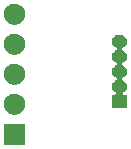
<source format=gbr>
G04 #@! TF.GenerationSoftware,KiCad,Pcbnew,5.1.5+dfsg1-2build2*
G04 #@! TF.CreationDate,2020-11-19T12:47:17+00:00*
G04 #@! TF.ProjectId,EncoderBoard_IG,456e636f-6465-4724-926f-6172645f4947,rev?*
G04 #@! TF.SameCoordinates,Original*
G04 #@! TF.FileFunction,Soldermask,Bot*
G04 #@! TF.FilePolarity,Negative*
%FSLAX46Y46*%
G04 Gerber Fmt 4.6, Leading zero omitted, Abs format (unit mm)*
G04 Created by KiCad (PCBNEW 5.1.5+dfsg1-2build2) date 2020-11-19 12:47:17*
%MOMM*%
%LPD*%
G04 APERTURE LIST*
%ADD10C,0.100000*%
G04 APERTURE END LIST*
D10*
G36*
X144538000Y-93674500D02*
G01*
X142736000Y-93674500D01*
X142736000Y-91872500D01*
X144538000Y-91872500D01*
X144538000Y-93674500D01*
G37*
G36*
X143750512Y-89337427D02*
G01*
X143899812Y-89367124D01*
X144063784Y-89435044D01*
X144211354Y-89533647D01*
X144336853Y-89659146D01*
X144435456Y-89806716D01*
X144503376Y-89970688D01*
X144538000Y-90144759D01*
X144538000Y-90322241D01*
X144503376Y-90496312D01*
X144435456Y-90660284D01*
X144336853Y-90807854D01*
X144211354Y-90933353D01*
X144063784Y-91031956D01*
X143899812Y-91099876D01*
X143750512Y-91129573D01*
X143725742Y-91134500D01*
X143548258Y-91134500D01*
X143523488Y-91129573D01*
X143374188Y-91099876D01*
X143210216Y-91031956D01*
X143062646Y-90933353D01*
X142937147Y-90807854D01*
X142838544Y-90660284D01*
X142770624Y-90496312D01*
X142736000Y-90322241D01*
X142736000Y-90144759D01*
X142770624Y-89970688D01*
X142838544Y-89806716D01*
X142937147Y-89659146D01*
X143062646Y-89533647D01*
X143210216Y-89435044D01*
X143374188Y-89367124D01*
X143523488Y-89337427D01*
X143548258Y-89332500D01*
X143725742Y-89332500D01*
X143750512Y-89337427D01*
G37*
G36*
X152735015Y-84356473D02*
G01*
X152838879Y-84387979D01*
X152866055Y-84402505D01*
X152934600Y-84439143D01*
X153018501Y-84507999D01*
X153087357Y-84591900D01*
X153123995Y-84660445D01*
X153138521Y-84687621D01*
X153170027Y-84791485D01*
X153180666Y-84899500D01*
X153170027Y-85007515D01*
X153138521Y-85111379D01*
X153138519Y-85111382D01*
X153087357Y-85207100D01*
X153018501Y-85291001D01*
X152934600Y-85359857D01*
X152866055Y-85396495D01*
X152838879Y-85411021D01*
X152826131Y-85414888D01*
X152803504Y-85424260D01*
X152783130Y-85437874D01*
X152765803Y-85455201D01*
X152752189Y-85475575D01*
X152742812Y-85498214D01*
X152738031Y-85522247D01*
X152738031Y-85546751D01*
X152742811Y-85570785D01*
X152752188Y-85593424D01*
X152765802Y-85613798D01*
X152783129Y-85631125D01*
X152803503Y-85644739D01*
X152826131Y-85654112D01*
X152838879Y-85657979D01*
X152866055Y-85672505D01*
X152934600Y-85709143D01*
X153018501Y-85777999D01*
X153087357Y-85861900D01*
X153123995Y-85930445D01*
X153138521Y-85957621D01*
X153170027Y-86061485D01*
X153180666Y-86169500D01*
X153170027Y-86277515D01*
X153138521Y-86381379D01*
X153138519Y-86381382D01*
X153087357Y-86477100D01*
X153018501Y-86561001D01*
X152934600Y-86629857D01*
X152866055Y-86666495D01*
X152838879Y-86681021D01*
X152826131Y-86684888D01*
X152803504Y-86694260D01*
X152783130Y-86707874D01*
X152765803Y-86725201D01*
X152752189Y-86745575D01*
X152742812Y-86768214D01*
X152738031Y-86792247D01*
X152738031Y-86816751D01*
X152742811Y-86840785D01*
X152752188Y-86863424D01*
X152765802Y-86883798D01*
X152783129Y-86901125D01*
X152803503Y-86914739D01*
X152826131Y-86924112D01*
X152838879Y-86927979D01*
X152866055Y-86942505D01*
X152934600Y-86979143D01*
X153018501Y-87047999D01*
X153087357Y-87131900D01*
X153123995Y-87200445D01*
X153138521Y-87227621D01*
X153170027Y-87331485D01*
X153180666Y-87439500D01*
X153170027Y-87547515D01*
X153138521Y-87651379D01*
X153138519Y-87651382D01*
X153087357Y-87747100D01*
X153018501Y-87831001D01*
X152934600Y-87899857D01*
X152866055Y-87936495D01*
X152838879Y-87951021D01*
X152826131Y-87954888D01*
X152803504Y-87964260D01*
X152783130Y-87977874D01*
X152765803Y-87995201D01*
X152752189Y-88015575D01*
X152742812Y-88038214D01*
X152738031Y-88062247D01*
X152738031Y-88086751D01*
X152742811Y-88110785D01*
X152752188Y-88133424D01*
X152765802Y-88153798D01*
X152783129Y-88171125D01*
X152803503Y-88184739D01*
X152826131Y-88194112D01*
X152838879Y-88197979D01*
X152866055Y-88212505D01*
X152934600Y-88249143D01*
X153018501Y-88317999D01*
X153087357Y-88401900D01*
X153123995Y-88470445D01*
X153138521Y-88497621D01*
X153170027Y-88601485D01*
X153180666Y-88709500D01*
X153170027Y-88817515D01*
X153138521Y-88921379D01*
X153138519Y-88921382D01*
X153087357Y-89017100D01*
X153018501Y-89101001D01*
X152934600Y-89169856D01*
X152890807Y-89193264D01*
X152870437Y-89206875D01*
X152853110Y-89224202D01*
X152839496Y-89244576D01*
X152830119Y-89267215D01*
X152825338Y-89291248D01*
X152825338Y-89315752D01*
X152830118Y-89339786D01*
X152839495Y-89362424D01*
X152853109Y-89382799D01*
X152870436Y-89400126D01*
X152890810Y-89413740D01*
X152913449Y-89423117D01*
X152937482Y-89427898D01*
X152949735Y-89428500D01*
X153178000Y-89428500D01*
X153178000Y-90530500D01*
X151876000Y-90530500D01*
X151876000Y-89428500D01*
X152104265Y-89428500D01*
X152128651Y-89426098D01*
X152152100Y-89418985D01*
X152173711Y-89407434D01*
X152192653Y-89391889D01*
X152208198Y-89372947D01*
X152219749Y-89351336D01*
X152226862Y-89327887D01*
X152229264Y-89303501D01*
X152226862Y-89279115D01*
X152219749Y-89255666D01*
X152208198Y-89234055D01*
X152192653Y-89215113D01*
X152173711Y-89199568D01*
X152163198Y-89193267D01*
X152119400Y-89169856D01*
X152035499Y-89101001D01*
X151966643Y-89017100D01*
X151915481Y-88921382D01*
X151915479Y-88921379D01*
X151883973Y-88817515D01*
X151873334Y-88709500D01*
X151883973Y-88601485D01*
X151915479Y-88497621D01*
X151930005Y-88470445D01*
X151966643Y-88401900D01*
X152035499Y-88317999D01*
X152119400Y-88249143D01*
X152187945Y-88212505D01*
X152215121Y-88197979D01*
X152227869Y-88194112D01*
X152250496Y-88184740D01*
X152270870Y-88171126D01*
X152288197Y-88153799D01*
X152301811Y-88133425D01*
X152311188Y-88110786D01*
X152315969Y-88086753D01*
X152315969Y-88062249D01*
X152311189Y-88038215D01*
X152301812Y-88015576D01*
X152288198Y-87995202D01*
X152270871Y-87977875D01*
X152250497Y-87964261D01*
X152227869Y-87954888D01*
X152215121Y-87951021D01*
X152187945Y-87936495D01*
X152119400Y-87899857D01*
X152035499Y-87831001D01*
X151966643Y-87747100D01*
X151915481Y-87651382D01*
X151915479Y-87651379D01*
X151883973Y-87547515D01*
X151873334Y-87439500D01*
X151883973Y-87331485D01*
X151915479Y-87227621D01*
X151930005Y-87200445D01*
X151966643Y-87131900D01*
X152035499Y-87047999D01*
X152119400Y-86979143D01*
X152187945Y-86942505D01*
X152215121Y-86927979D01*
X152227869Y-86924112D01*
X152250496Y-86914740D01*
X152270870Y-86901126D01*
X152288197Y-86883799D01*
X152301811Y-86863425D01*
X152311188Y-86840786D01*
X152315969Y-86816753D01*
X152315969Y-86792249D01*
X152311189Y-86768215D01*
X152301812Y-86745576D01*
X152288198Y-86725202D01*
X152270871Y-86707875D01*
X152250497Y-86694261D01*
X152227869Y-86684888D01*
X152215121Y-86681021D01*
X152187945Y-86666495D01*
X152119400Y-86629857D01*
X152035499Y-86561001D01*
X151966643Y-86477100D01*
X151915481Y-86381382D01*
X151915479Y-86381379D01*
X151883973Y-86277515D01*
X151873334Y-86169500D01*
X151883973Y-86061485D01*
X151915479Y-85957621D01*
X151930005Y-85930445D01*
X151966643Y-85861900D01*
X152035499Y-85777999D01*
X152119400Y-85709143D01*
X152187945Y-85672505D01*
X152215121Y-85657979D01*
X152227869Y-85654112D01*
X152250496Y-85644740D01*
X152270870Y-85631126D01*
X152288197Y-85613799D01*
X152301811Y-85593425D01*
X152311188Y-85570786D01*
X152315969Y-85546753D01*
X152315969Y-85522249D01*
X152311189Y-85498215D01*
X152301812Y-85475576D01*
X152288198Y-85455202D01*
X152270871Y-85437875D01*
X152250497Y-85424261D01*
X152227869Y-85414888D01*
X152215121Y-85411021D01*
X152187945Y-85396495D01*
X152119400Y-85359857D01*
X152035499Y-85291001D01*
X151966643Y-85207100D01*
X151915481Y-85111382D01*
X151915479Y-85111379D01*
X151883973Y-85007515D01*
X151873334Y-84899500D01*
X151883973Y-84791485D01*
X151915479Y-84687621D01*
X151930005Y-84660445D01*
X151966643Y-84591900D01*
X152035499Y-84507999D01*
X152119400Y-84439143D01*
X152187945Y-84402505D01*
X152215121Y-84387979D01*
X152318985Y-84356473D01*
X152399933Y-84348500D01*
X152654067Y-84348500D01*
X152735015Y-84356473D01*
G37*
G36*
X143750512Y-86797427D02*
G01*
X143899812Y-86827124D01*
X144063784Y-86895044D01*
X144211354Y-86993647D01*
X144336853Y-87119146D01*
X144435456Y-87266716D01*
X144503376Y-87430688D01*
X144538000Y-87604759D01*
X144538000Y-87782241D01*
X144503376Y-87956312D01*
X144435456Y-88120284D01*
X144336853Y-88267854D01*
X144211354Y-88393353D01*
X144063784Y-88491956D01*
X143899812Y-88559876D01*
X143750512Y-88589573D01*
X143725742Y-88594500D01*
X143548258Y-88594500D01*
X143523488Y-88589573D01*
X143374188Y-88559876D01*
X143210216Y-88491956D01*
X143062646Y-88393353D01*
X142937147Y-88267854D01*
X142838544Y-88120284D01*
X142770624Y-87956312D01*
X142736000Y-87782241D01*
X142736000Y-87604759D01*
X142770624Y-87430688D01*
X142838544Y-87266716D01*
X142937147Y-87119146D01*
X143062646Y-86993647D01*
X143210216Y-86895044D01*
X143374188Y-86827124D01*
X143523488Y-86797427D01*
X143548258Y-86792500D01*
X143725742Y-86792500D01*
X143750512Y-86797427D01*
G37*
G36*
X143750512Y-84257427D02*
G01*
X143899812Y-84287124D01*
X144063784Y-84355044D01*
X144211354Y-84453647D01*
X144336853Y-84579146D01*
X144435456Y-84726716D01*
X144503376Y-84890688D01*
X144538000Y-85064759D01*
X144538000Y-85242241D01*
X144503376Y-85416312D01*
X144435456Y-85580284D01*
X144336853Y-85727854D01*
X144211354Y-85853353D01*
X144063784Y-85951956D01*
X143899812Y-86019876D01*
X143750512Y-86049573D01*
X143725742Y-86054500D01*
X143548258Y-86054500D01*
X143523488Y-86049573D01*
X143374188Y-86019876D01*
X143210216Y-85951956D01*
X143062646Y-85853353D01*
X142937147Y-85727854D01*
X142838544Y-85580284D01*
X142770624Y-85416312D01*
X142736000Y-85242241D01*
X142736000Y-85064759D01*
X142770624Y-84890688D01*
X142838544Y-84726716D01*
X142937147Y-84579146D01*
X143062646Y-84453647D01*
X143210216Y-84355044D01*
X143374188Y-84287124D01*
X143523488Y-84257427D01*
X143548258Y-84252500D01*
X143725742Y-84252500D01*
X143750512Y-84257427D01*
G37*
G36*
X143750512Y-81717427D02*
G01*
X143899812Y-81747124D01*
X144063784Y-81815044D01*
X144211354Y-81913647D01*
X144336853Y-82039146D01*
X144435456Y-82186716D01*
X144503376Y-82350688D01*
X144538000Y-82524759D01*
X144538000Y-82702241D01*
X144503376Y-82876312D01*
X144435456Y-83040284D01*
X144336853Y-83187854D01*
X144211354Y-83313353D01*
X144063784Y-83411956D01*
X143899812Y-83479876D01*
X143750512Y-83509573D01*
X143725742Y-83514500D01*
X143548258Y-83514500D01*
X143523488Y-83509573D01*
X143374188Y-83479876D01*
X143210216Y-83411956D01*
X143062646Y-83313353D01*
X142937147Y-83187854D01*
X142838544Y-83040284D01*
X142770624Y-82876312D01*
X142736000Y-82702241D01*
X142736000Y-82524759D01*
X142770624Y-82350688D01*
X142838544Y-82186716D01*
X142937147Y-82039146D01*
X143062646Y-81913647D01*
X143210216Y-81815044D01*
X143374188Y-81747124D01*
X143523488Y-81717427D01*
X143548258Y-81712500D01*
X143725742Y-81712500D01*
X143750512Y-81717427D01*
G37*
M02*

</source>
